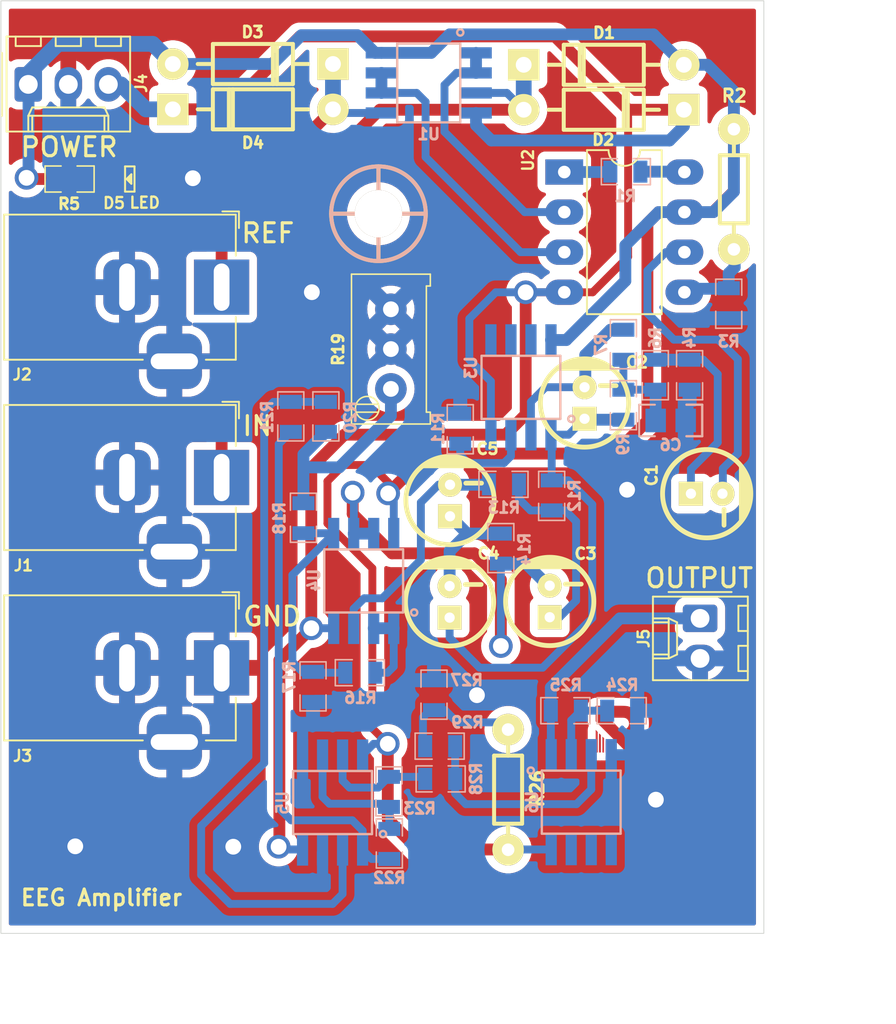
<source format=kicad_pcb>
(kicad_pcb (version 20240108) (generator "pcbnew") (generator_version "8.0")
  (title_block (title "Amplificador Electroencefalograma") (date "13-06-25") (rev "v3,.0") (company "E.E.S.T. N°5 \"2 de Abril\" Temperley") (comment 1 "Autor: Iván Romano") (comment 2 "Curso: 7mo 6ta") (comment 3 "Grupo: 2"))
  (layers (0 "F.Cu" signal) (31 "B.Cu" signal) (34 "B.Paste" user) (35 "F.Paste" user) (36 "B.SilkS" user "B.Silkscreen") (37 "F.SilkS" user "F.Silkscreen") (38 "B.Mask" user) (39 "F.Mask" user) (44 "Edge.Cuts" user))
  (net 0 "")
  (net 1 "Net-(C1-Pad1)")
  (net 2 "/AD620_OUT")
  (net 3 "/Filters_OUT")
  (net 4 "Net-(U3-IN1-)")
  (net 5 "Net-(C3-Pad1)")
  (net 6 "Net-(U4-IN2-)")
  (net 7 "Net-(C4-Pad2)")
  (net 8 "Net-(U4-IN1+)")
  (net 9 "Net-(C6-Pad1)")
  (net 10 "GND")
  (net 11 "-5V")
  (net 12 "+5V")
  (net 13 "/INPUT")
  (net 14 "/REF")
  (net 15 "/OUTPUT")
  (net 16 "Net-(R1-Pad2)")
  (net 17 "Net-(R1-Pad1)")
  (net 18 "/AD620_Ref")
  (net 19 "Net-(U3-IN1+)")
  (net 20 "Net-(U4-IN1-)")
  (net 21 "/NotchFilter_OUT")
  (net 22 "Net-(R18-Pad2)")
  (net 23 "Net-(U5-IN1-)")
  (net 24 "Net-(U5-Out1)")
  (net 25 "Net-(U5-IN2-)")
  (net 26 "Net-(U6-IN1-)")
  (net 27 "/Offset_Ref")
  (net 28 "Net-(U6-IN1+)")
  (net 29 "/Amp_OUT")
  (net 30 "/IN-")
  (net 31 "/IN+")
  (net 38 "Net-(D5-A)")
  (footprint "Logo Romano:Potenciometer_Trimpot" (layer "F.Cu") (at 154.065 89.6075 90)
    (property "Reference" "R19")
    (property "Value" "1k" (hide yes))
  )
  (footprint "Connector_BarrelJack:BarrelJack_Horizontal" (layer "F.Cu") (at 143.325 85.68125)
    (property "Reference" "J2")
    (property "Value" "REF")
  )
  (footprint "Connector_BarrelJack:BarrelJack_Horizontal" (layer "F.Cu") (at 143.325 97.75)
    (property "Reference" "J1")
    (property "Value" "IN")
  )
  (footprint "EESTN5:R_0805" (layer "F.Cu") (at 133.64902 78.825)
    (property "Reference" "R5")
    (property "Value" "470" (hide yes))
  )
  (footprint "Connector_Molex:Molex_KK-254_AE-6410-03A_1x03_P2.54mm_Vertical" (layer "F.Cu") (at 131.06 72.825)
    (property "Reference" "J4")
    (property "Value" "POWER")
  )
  (footprint "EESTN5:CAP_ELEC_5x11mm" (layer "F.Cu") (at 174.1 98.775 -90)
    (property "Reference" "C1")
    (property "Value" "470u" (hide yes))
  )
  (footprint "EESTN5:CAP_ELEC_5x11mm" (layer "F.Cu") (at 164.14 105.6075)
    (property "Reference" "C3")
    (property "Value" "22u" (hide yes))
  )
  (footprint "EESTN5:RES0.3" (layer "F.Cu") (at 175.825 79.475 -90)
    (property "Reference" "R2")
    (property "Value" "510" (hide yes))
  )
  (footprint "EESTN5:CAP_ELEC_5x11mm" (layer "F.Cu") (at 157.79 105.6325)
    (property "Reference" "C4")
    (property "Value" "10u" (hide yes))
  )
  (footprint "EESTN5:DO-41" (layer "F.Cu") (at 145.30997 74.40696 180)
    (property "Reference" "D4")
    (property "Value" "1N4007" (hide yes))
  )
  (footprint "EESTN5:RES0.3" (layer "F.Cu") (at 161.5 117.54 90)
    (property "Reference" "R26")
    (property "Value" "510" (hide yes))
  )
  (footprint "EESTN5:DO-41" (layer "F.Cu") (at 167.57 71.5825 180)
    (property "Reference" "D2")
    (property "Value" "1N4007" (hide yes))
  )
  (footprint "EESTN5:Led_0805" (layer "F.Cu") (at 137.49902 78.825 180)
    (property "Reference" "D5")
    (property "Value" "LED")
  )
  (footprint "EESTN5:CAP_ELEC_5x11mm" (layer "F.Cu") (at 157.815 99.2075)
    (property "Reference" "C5")
    (property "Value" "10u" (hide yes))
  )
  (footprint "Connector_BarrelJack:BarrelJack_Horizontal" (layer "F.Cu") (at 143.325 109.81875)
    (property "Reference" "J3")
    (property "Value" "GND")
  )
  (footprint "EESTN5:CAP_ELEC_5x11mm" (layer "F.Cu") (at 166.35 93.025)
    (property "Reference" "C2")
    (property "Value" "4700n" (hide yes))
  )
  (footprint "Logo Romano:Logo_Romano" (layer "F.Cu") (at 168.575 113.7)
    (property "Reference" "G***" (hide yes))
    (property "Value" "LOGO" (hide yes))
  )
  (footprint "EESTN5:hole_3mm" (layer "F.Cu") (at 153.275 81.025)
    (property "Reference" "J6" (hide yes))
    (property "Value" "Mounting Hole" (hide yes))
  )
  (footprint "Connector_Molex:Molex_KK-254_AE-6410-02A_1x02_P2.54mm_Vertical" (layer "F.Cu") (at 173.68 106.68 -90)
    (property "Reference" "J5")
    (property "Value" "OUTPUT")
  )
  (footprint "EESTN5:DO-41" (layer "F.Cu") (at 167.57 74.4325)
    (property "Reference" "D1")
    (property "Value" "1N4007" (hide yes))
  )
  (footprint "EESTN5:DO-41" (layer "F.Cu") (at 145.30997 71.5325)
    (property "Reference" "D3")
    (property "Value" "1N4007" (hide yes))
  )
  (footprint "EESTN5:DIP-8" (layer "F.Cu") (at 165.065 78.3825)
    (property "Reference" "U2")
    (property "Value" "AD620" (hide yes))
  )
  (footprint "EESTN5:R_0805" (layer "B.Cu") (at 161.04 102.2575 90)
    (property "Reference" "R14")
    (property "Value" "150" (hide yes))
  )
  (footprint "EESTN5:R_0805" (layer "B.Cu") (at 153.94 117.68 90)
    (property "Reference" "R23")
    (property "Value" "1k" (hide yes))
  )
  (footprint "EESTN5:R_0805" (layer "B.Cu") (at 168.815 89.3325 90)
    (property "Reference" "R7")
    (property "Value" "22" (hide yes))
  )
  (footprint "EESTN5:R_0805" (layer "B.Cu") (at 152.125 110.125 180)
    (property "Reference" "R16")
    (property "Value" "330" (hide yes))
  )
  (footprint "EESTN5:R_0805" (layer "B.Cu") (at 153.965 120.9825 90)
    (property "Reference" "R22")
    (property "Value" "270" (hide yes))
  )
  (footprint "EESTN5:R_0805" (layer "B.Cu") (at 157.19 114.7825 180)
    (property "Reference" "R29")
    (property "Value" "1k" (hide yes))
  )
  (footprint "EESTN5:R_0805" (layer "B.Cu") (at 168.815 93.1325 -90)
    (property "Reference" "R9")
    (property "Value" "220" (hide yes))
  )
  (footprint "EESTN5:R_0805" (layer "B.Cu") (at 165.165 112.5325 180)
    (property "Reference" "R25")
    (property "Value" "1k" (hide yes))
  )
  (footprint "EESTN5:R_0805" (layer "B.Cu") (at 149.94 93.9075 90)
    (property "Reference" "R20")
    (property "Value" "10k" (hide yes))
  )
  (footprint "EESTN5:SSOP-8" (layer "B.Cu") (at 156.465 72.7325 -90)
    (property "Reference" "U1")
    (property "Value" "LM358" (hide yes))
  )
  (footprint "EESTN5:SSOP-8" (layer "B.Cu") (at 152.34 104.3075 180)
    (property "Reference" "U4")
    (property "Value" "LM358" (hide yes))
  )
  (footprint "EESTN5:SSOP-8" (layer "B.Cu") (at 162.315 92.0325 180)
    (property "Reference" "U3")
    (property "Value" "LM358" (hide yes))
  )
  (footprint "EESTN5:R_0805" (layer "B.Cu") (at 157.19 116.8575)
    (property "Reference" "R28")
    (property "Value" "1k" (hide yes))
  )
  (footprint "EESTN5:R_0805" (layer "B.Cu") (at 156.8 111.55 90)
    (property "Reference" "R27")
    (property "Value" "220" (hide yes))
  )
  (footprint "EESTN5:R_0805" (layer "B.Cu") (at 168.94 78.3575)
    (property "Reference" "R1")
    (property "Value" "56" (hide yes))
  )
  (footprint "EESTN5:R_0805" (layer "B.Cu") (at 148.515 100.3325 90)
    (property "Reference" "R18")
    (property "Value" "4,7k" (hide yes))
  )
  (footprint "EESTN5:SSOP-8" (layer "B.Cu") (at 150.365 118.3575 180)
    (property "Reference" "U5")
    (property "Value" "LM358" (hide yes))
  )
  (footprint "EESTN5:R_0805" (layer "B.Cu") (at 147.715 93.9075 90)
    (property "Reference" "R21")
    (property "Value" "100k" (hide yes))
  )
  (footprint "EESTN5:R_0805" (layer "B.Cu") (at 149.125 111.025 90)
    (property "Reference" "R17")
    (property "Value" "4,7k" (hide yes))
  )
  (footprint "EESTN5:R_0805" (layer "B.Cu") (at 158.465 94.6575 -90)
    (property "Reference" "R11")
    (property "Value" "47" (hide yes))
  )
  (footprint "EESTN5:R_0805" (layer "B.Cu") (at 170.84 91.2325 -90)
    (property "Reference" "R6")
    (property "Value" "22" (hide yes))
  )
  (footprint "EESTN5:R_0805" (layer "B.Cu") (at 168.74 112.5325 180)
    (property "Reference" "R24")
    (property "Value" "1k" (hide yes))
  )
  (footprint "EESTN5:R_0805" (layer "B.Cu") (at 173.015 91.2325 -90)
    (property "Reference" "R4")
    (property "Value" "680" (hide yes))
  )
  (footprint "EESTN5:R_0805" (layer "B.Cu") (at 161.24 98.1825 180)
    (property "Reference" "R13")
    (property "Value" "330" (hide yes))
  )
  (footprint "EESTN5:R_0805" (layer "B.Cu") (at 164.265 98.8825 -90)
    (property "Reference" "R12")
    (property "Value" "330" (hide yes))
  )
  (footprint "EESTN5:R_0805" (layer "B.Cu") (at 175.5 86.7 -90)
    (property "Reference" "R3")
    (property "Value" "220" (hide yes))
  )
  (footprint "EESTN5:SSOP-8" (layer "B.Cu") (at 166.14 118.3325)
    (property "Reference" "U6")
    (property "Value" "LM358" (hide yes))
  )
  (footprint "EESTN5:C_0805" (layer "B.Cu") (at 171.815 94.1325 180)
    (property "Reference" "C6")
    (property "Value" "100u" (hide yes))
  )
  (gr_rect (start 129.325 67.525) (end 177.725 126.65) (stroke (width 0.05)) (fill none) (layer "Edge.Cuts"))
  (gr_text "EEG Amplifier" (at 130.475 124.975 0) (layer "F.SilkS") (effects (font (size 1 1) (thickness 0.2) (bold yes)) (justify left bottom)))
  (segment (start 173.88 90.28) (end 174.8 91.2) (width 0.5) (layer "B.Cu") (net 1))
  (segment (start 174.8 95.525) (end 173.1 97.225) (width 0.5) (layer "B.Cu") (net 1))
  (segment (start 173.1 97.225) (end 173.1 98.775) (width 0.5) (layer "B.Cu") (net 1))
  (segment (start 174.8 91.2) (end 174.8 95.525) (width 0.5) (layer "B.Cu") (net 1))
  (segment (start 173.015 90.28) (end 170.84 90.28) (width 0.75) (layer "B.Cu") (net 1))
  (segment (start 173.015 90.28) (end 173.88 90.28) (width 0.5) (layer "B.Cu") (net 1))
  (segment (start 172.015 89.0075) (end 174.8325 89.0075) (width 0.5) (layer "B.Cu") (net 2))
  (segment (start 171.51 83.4625) (end 170.34 84.6325) (width 0.5) (layer "B.Cu") (net 2))
  (segment (start 172.685 83.4625) (end 171.51 83.4625) (width 0.5) (layer "B.Cu") (net 2))
  (segment (start 174.8325 89.0075) (end 176.075 90.25) (width 0.5) (layer "B.Cu") (net 2))
  (segment (start 170.34 84.6325) (end 170.34 87.3325) (width 0.5) (layer "B.Cu") (net 2))
  (segment (start 175.125 97.175) (end 175.125 98.75) (width 0.5) (layer "B.Cu") (net 2))
  (segment (start 175.125 98.75) (end 175.1 98.775) (width 0.5) (layer "B.Cu") (net 2))
  (segment (start 176.075 90.25) (end 176.075 96.225) (width 0.5) (layer "B.Cu") (net 2))
  (segment (start 176.075 96.225) (end 175.125 97.175) (width 0.5) (layer "B.Cu") (net 2))
  (segment (start 170.34 87.3325) (end 172.015 89.0075) (width 0.5) (layer "B.Cu") (net 2))
  (segment (start 164.265 95.0775) (end 164.22 95.0325) (width 0.5) (layer "B.Cu") (net 3))
  (segment (start 163.69 109.8075) (end 166.84 106.6575) (width 0.5) (layer "B.Cu") (net 3))
  (segment (start 166.35 94.025) (end 165.3425 95.0325) (width 0.5) (layer "B.Cu") (net 3))
  (segment (start 166.84 99.4575) (end 165.3125 97.93) (width 0.5) (layer "B.Cu") (net 3))
  (segment (start 166.84 106.6575) (end 166.84 99.4575) (width 0.5) (layer "B.Cu") (net 3))
  (segment (start 157.79 106.6325) (end 157.79 107.9075) (width 0.5) (layer "B.Cu") (net 3))
  (segment (start 166.35 94.025) (end 166.41 94.085) (width 0.75) (layer "B.Cu") (net 3))
  (segment (start 164.265 97.93) (end 164.265 95.0775) (width 0.5) (layer "B.Cu") (net 3))
  (segment (start 165.3125 97.93) (end 164.265 97.93) (width 0.5) (layer "B.Cu") (net 3))
  (segment (start 166.41 94.085) (end 168.815 94.085) (width 0.75) (layer "B.Cu") (net 3))
  (segment (start 159.69 109.8075) (end 163.69 109.8075) (width 0.5) (layer "B.Cu") (net 3))
  (segment (start 157.79 107.9075) (end 159.69 109.8075) (width 0.5) (layer "B.Cu") (net 3))
  (segment (start 165.3425 95.0325) (end 164.22 95.0325) (width 0.5) (layer "B.Cu") (net 3))
  (segment (start 167.9925 88.38) (end 168.815 88.38) (width 0.75) (layer "B.Cu") (net 4))
  (segment (start 162.95 92.95) (end 162.95 95.0325) (width 0.5) (layer "B.Cu") (net 4))
  (segment (start 166.35 92.025) (end 166.4 91.975) (width 0.75) (layer "B.Cu") (net 4))
  (segment (start 166.35 92.025) (end 163.875 92.025) (width 0.5) (layer "B.Cu") (net 4))
  (segment (start 166.4 89.9725) (end 167.9925 88.38) (width 0.75) (layer "B.Cu") (net 4))
  (segment (start 163.875 92.025) (end 162.95 92.95) (width 0.5) (layer "B.Cu") (net 4))
  (segment (start 166.4 91.975) (end 166.4 89.9725) (width 0.75) (layer "B.Cu") (net 4))
  (segment (start 162.9175 99.835) (end 162.1925 99.11) (width 0.5) (layer "B.Cu") (net 5))
  (segment (start 165.815 105.5575) (end 165.815 100.5325) (width 0.5) (layer "B.Cu") (net 5))
  (segment (start 164.265 99.835) (end 162.9175 99.835) (width 0.5) (layer "B.Cu") (net 5))
  (segment (start 164.14 106.6075) (end 164.765 106.6075) (width 0.5) (layer "B.Cu") (net 5))
  (segment (start 165.815 100.5325) (end 165.1175 99.835) (width 0.5) (layer "B.Cu") (net 5))
  (segment (start 165.1175 99.835) (end 164.265 99.835) (width 0.5) (layer "B.Cu") (net 5))
  (segment (start 162.1925 99.11) (end 162.1925 98.1825) (width 0.5) (layer "B.Cu") (net 5))
  (segment (start 164.765 106.6075) (end 165.815 105.5575) (width 0.5) (layer "B.Cu") (net 5))
  (segment (start 159.365 102.5575) (end 154.14 102.5575) (width 0.75) (layer "F.Cu") (net 6))
  (segment (start 161.04 108.4325) (end 161.04 104.2325) (width 0.75) (layer "F.Cu") (net 6))
  (segment (start 161.04 104.2325) (end 159.365 102.5575) (width 0.75) (layer "F.Cu") (net 6))
  (segment (start 154.14 102.5575) (end 151.64 100.0575) (width 0.75) (layer "F.Cu") (net 6))
  (segment (start 151.64 100.0575) (end 151.64 98.7075) (width 0.75) (layer "F.Cu") (net 6))
  (via (at 151.64 98.7075) (size 1.5) (drill 1) (layers "F.Cu" "B.Cu") (net 6))
  (via (at 161.04 108.4325) (size 1.5) (drill 1) (layers "F.Cu" "B.Cu") (net 6))
  (segment (start 151.715 101.2975) (end 151.705 101.3075) (width 0.5) (layer "B.Cu") (net 6))
  (segment (start 151.715 98.7825) (end 151.715 101.2975) (width 0.5) (layer "B.Cu") (net 6))
  (segment (start 151.64 98.7075) (end 151.715 98.7825) (width 0.5) (layer "B.Cu") (net 6))
  (segment (start 162.6425 103.21) (end 161.04 103.21) (width 0.75) (layer "B.Cu") (net 6))
  (segment (start 161.04 103.21) (end 161.04 108.4325) (width 0.5) (layer "B.Cu") (net 6))
  (segment (start 151.705 101.3075) (end 152.975 101.3075) (width 0.75) (layer "B.Cu") (net 6))
  (segment (start 164.04 104.6075) (end 162.6425 103.21) (width 0.75) (layer "B.Cu") (net 6))
  (segment (start 164.14 104.6075) (end 164.04 104.6075) (width 0.75) (layer "B.Cu") (net 6))
  (segment (start 158.9125 101.305) (end 157.815 100.2075) (width 0.75) (layer "B.Cu") (net 7))
  (segment (start 161.04 101.305) (end 158.9125 101.305) (width 0.75) (layer "B.Cu") (net 7))
  (segment (start 157.79 102.4275) (end 158.9125 101.305) (width 0.75) (layer "B.Cu") (net 7))
  (segment (start 157.79 104.6325) (end 157.79 102.4275) (width 0.75) (layer "B.Cu") (net 7))
  (segment (start 157.815 98.2075) (end 160.2625 98.2075) (width 0.75) (layer "B.Cu") (net 8))
  (segment (start 157.09 98.2075) (end 157.815 98.2075) (width 0.5) (layer "B.Cu") (net 8))
  (segment (start 153.515 105.4075) (end 155.965 102.9575) (width 0.5) (layer "B.Cu") (net 8))
  (segment (start 160.2625 98.2075) (end 160.2875 98.1825) (width 0.75) (layer "B.Cu") (net 8))
  (segment (start 151.705 106.0675) (end 152.365 105.4075) (width 0.5) (layer "B.Cu") (net 8))
  (segment (start 155.965 102.9575) (end 155.965 99.3325) (width 0.5) (layer "B.Cu") (net 8))
  (segment (start 152.365 105.4075) (end 153.515 105.4075) (width 0.5) (layer "B.Cu") (net 8))
  (segment (start 151.705 107.3075) (end 151.705 106.0675) (width 0.5) (layer "B.Cu") (net 8))
  (segment (start 155.965 99.3325) (end 157.09 98.2075) (width 0.5) (layer "B.Cu") (net 8))
  (segment (start 168.815 92.18) (end 170.835 92.18) (width 0.5) (layer "B.Cu") (net 9))
  (segment (start 168.815 92.18) (end 168.815 90.285) (width 0.5) (layer "B.Cu") (net 9))
  (segment (start 170.82 92.205) (end 170.84 92.185) (width 0.75) (layer "B.Cu") (net 9))
  (segment (start 170.835 92.18) (end 170.84 92.185) (width 0.5) (layer "B.Cu") (net 9))
  (segment (start 170.8625 94.1325) (end 170.8625 92.2075) (width 0.75) (layer "B.Cu") (net 9))
  (segment (start 170.8625 92.2075) (end 170.84 92.185) (width 0.75) (layer "B.Cu") (net 9))
  (segment (start 138.54804 78.825) (end 141.44902 78.825) (width 0.75) (layer "F.Cu") (net 10))
  (segment (start 141.44902 78.825) (end 141.49902 78.775) (width 0.75) (layer "F.Cu") (net 10))
  (via (at 149.05 86) (size 1.5) (drill 1) (layers "F.Cu" "B.Cu") (net 10))
  (via (at 141.49902 78.775) (size 1.5) (drill 1) (layers "F.Cu" "B.Cu") (net 10))
  (via (at 169.05 98.525) (size 1.5) (drill 1) (layers "F.Cu" "B.Cu") (net 10))
  (via (at 144.065 121.1575) (size 1.5) (drill 1) (layers "F.Cu" "B.Cu") (net 10))
  (via (at 134.04 121.1325) (size 1.5) (drill 1) (layers "F.Cu" "B.Cu") (net 10))
  (via (at 159.525 111.55) (size 1.5) (drill 1) (layers "F.Cu" "B.Cu") (net 10))
  (via (at 170.875 118.175) (size 1.5) (drill 1) (layers "F.Cu" "B.Cu") (net 10))
  (segment (start 169.115 74.4325) (end 172.65 74.4325) (width 0.75) (layer "F.Cu") (net 11))
  (segment (start 148.29 69.7825) (end 164.465 69.7825) (width 0.75) (layer "F.Cu") (net 11))
  (segment (start 166.865 86.0075) (end 169.115 83.7575) (width 0.5) (layer "F.Cu") (net 11))
  (segment (start 146.94 121.1575) (end 146.99 121.1075) (width 0.75) (layer "F.Cu") (net 11))
  (segment (start 162.615 93.7575) (end 162.615 86.0075) (width 0.75) (layer "F.Cu") (net 11))
  (segment (start 149.015 107.3075) (end 149.015 97.1325) (width 0.75) (layer "F.Cu") (net 11))
  (segment (start 149.015 97.1325) (end 151.115 95.0325) (width 0.75) (layer "F.Cu") (net 11))
  (segment (start 143.66554 74.40696) (end 148.29 69.7825) (width 0.75) (layer "F.Cu") (net 11))
  (segment (start 146.99 121.1075) (end 146.99 109.3325) (width 0.75) (layer "F.Cu") (net 11))
  (segment (start 164.465 69.7825) (end 169.115 74.4325) (width 0.75) (layer "F.Cu") (net 11))
  (segment (start 151.115 95.0325) (end 161.34 95.0325) (width 0.75) (layer "F.Cu") (net 11))
  (segment (start 161.34 95.0325) (end 162.615 93.7575) (width 0.75) (layer "F.Cu") (net 11))
  (segment (start 169.115 83.7575) (end 169.115 74.4325) (width 0.5) (layer "F.Cu") (net 11))
  (segment (start 140.22997 74.40696) (end 143.66554 74.40696) (width 0.75) (layer "F.Cu") (net 11))
  (segment (start 146.99 109.3325) (end 149.015 107.3075) (width 0.75) (layer "F.Cu") (net 11))
  (segment (start 162.615 86.0075) (end 166.865 86.0075) (width 0.5) (layer "F.Cu") (net 11))
  (via (at 149.015 107.3075) (size 1.5) (drill 1) (layers "F.Cu" "B.Cu") (net 11))
  (via (at 146.94 121.1575) (size 1.5) (drill 1) (layers "F.Cu" "B.Cu") (net 11))
  (via (at 162.615 86.0075) (size 1.5) (drill 1) (layers "F.Cu" "B.Cu") (net 11))
  (segment (start 172.65 74.4325) (end 172.65 75.4725) (width 0.75) (layer "B.Cu") (net 11))
  (segment (start 162.62 86.0025) (end 162.615 86.0075) (width 0.5) (layer "B.Cu") (net 11))
  (segment (start 165.065 86.0025) (end 162.62 86.0025) (width 0.5) (layer "B.Cu") (net 11))
  (segment (start 160.44 76.3825) (end 159.465 75.4075) (width 0.75) (layer "B.Cu") (net 11))
  (segment (start 139.73048 74.38699) (end 139.75045 74.40696) (width 1) (layer "B.Cu") (net 11))
  (segment (start 140.22997 74.40696) (end 138.52196 74.40696) (width 1) (layer "B.Cu") (net 11))
  (segment (start 160.41 91.6525) (end 159.04 90.2825) (width 0.5) (layer "B.Cu") (net 11))
  (segment (start 159.04 90.2825) (end 159.04 87.6825) (width 0.5) (layer "B.Cu") (net 11))
  (segment (start 147.115 121.3325) (end 146.94 121.1575) (width 0.5) (layer "B.Cu") (net 11))
  (segment (start 148.46 121.3325) (end 147.115 121.3325) (width 0.5) (layer "B.Cu") (net 11))
  (segment (start 171.74 76.3825) (end 160.44 76.3825) (width 0.75) (layer "B.Cu") (net 11))
  (segment (start 150.435 107.3075) (end 149.015 107.3075) (width 0.5) (layer "B.Cu") (net 11))
  (segment (start 159.04 87.6825) (end 160.715 86.0075) (width 0.5) (layer "B.Cu") (net 11))
  (segment (start 138.52196 74.40696) (end 136.94 72.825) (width 1) (layer "B.Cu") (net 11))
  (segment (start 172.65 75.4725) (end 171.74 76.3825) (width 0.75) (layer "B.Cu") (net 11))
  (segment (start 159.465 75.4075) (end 159.465 74.6375) (width 0.75) (layer "B.Cu") (net 11))
  (segment (start 160.41 95.0325) (end 160.41 91.6525) (width 0.5) (layer "B.Cu") (net 11))
  (segment (start 160.715 86.0075) (end 162.615 86.0075) (width 0.5) (layer "B.Cu") (net 11))
  (segment (start 152.79 96.9575) (end 153.89 98.0575) (width 0.5) (layer "F.Cu") (net 12))
  (segment (start 153.865 119.415) (end 153.865 114.6325) (width 0.75) (layer "F.Cu") (net 12))
  (segment (start 132.69652 78.825) (end 131.02402 78.825) (width 0.75) (layer "F.Cu") (net 12))
  (segment (start 140.23548 70.9025) (end 139.60548 71.5325) (width 0.75) (layer "F.Cu") (net 12))
  (segment (start 170.34 94.16) (end 170.34 81.635) (width 0.75) (layer "F.Cu") (net 12))
  (segment (start 150.04 97.9825) (end 151.065 96.9575) (width 0.5) (layer "F.Cu") (net 12))
  (segment (start 155.7825 121.3325) (end 153.865 119.415) (width 0.75) (layer "F.Cu") (net 12))
  (segment (start 152.89 103.5075) (end 150.04 100.6575) (width 0.5) (layer "F.Cu") (net 12))
  (segment (start 156.415 96.2325) (end 168.2675 96.2325) (width 0.75) (layer "F.Cu") (net 12))
  (segment (start 161.465 121.3325) (end 160.565 121.3325) (width 0.5) (layer "F.Cu") (net 12))
  (segment (start 152.89 113.6575) (end 152.89 103.5075) (width 0.5) (layer "F.Cu") (net 12))
  (segment (start 151.065 96.9575) (end 152.79 96.9575) (width 0.5) (layer "F.Cu") (net 12))
  (segment (start 175.825 79.6) (end 174.5025 80.9225) (width 0.75) (layer "F.Cu") (net 12))
  (segment (start 153.89 98.0575) (end 153.89 98.7575) (width 0.5) (layer "F.Cu") (net 12))
  (segment (start 175.825 75.665) (end 175.825 78.6) (width 0.5) (layer "F.Cu") (net 12))
  (segment (start 174.5025 80.9225) (end 172.685 80.9225) (width 0.75) (layer "F.Cu") (net 12))
  (segment (start 153.89 98.7575) (end 156.415 96.2325) (width 0.75) (layer "F.Cu") (net 12))
  (segment (start 171.0525 80.9225) (end 172.685 80.9225) (width 0.75) (layer "F.Cu") (net 12))
  (segment (start 170.34 81.635) (end 171.0525 80.9225) (width 0.75) (layer "F.Cu") (net 12))
  (segment (start 131.02402 78.825) (end 130.94902 78.75) (width 0.75) (layer "F.Cu") (net 12))
  (segment (start 160.565 121.3325) (end 155.7825 121.3325) (width 0.75) (layer "F.Cu") (net 12))
  (segment (start 153.865 114.6325) (end 152.89 113.6575) (width 0.5) (layer "F.Cu") (net 12))
  (segment (start 168.2675 96.2325) (end 170.34 94.16) (width 0.75) (layer "F.Cu") (net 12))
  (segment (start 150.04 100.6575) (end 150.04 97.9825) (width 0.5) (layer "F.Cu") (net 12))
  (segment (start 175.825 75.665) (end 175.825 79.6) (width 0.75) (layer "F.Cu") (net 12))
  (via (at 153.89 98.7575) (size 1.5) (drill 1) (layers "F.Cu" "B.Cu") (net 12))
  (via (at 153.865 114.6325) (size 1.5) (drill 1) (layers "F.Cu" "B.Cu") (net 12))
  (via (at 130.94902 78.75) (size 1.5) (drill 1) (layers "F.Cu" "B.Cu") (net 12))
  (segment (start 171.05 80.9225) (end 172.685 80.9225) (width 0.75) (layer "B.Cu") (net 12))
  (segment (start 170.725 69.6575) (end 172.65 71.5825) (width 0.75) (layer "B.Cu") (net 12))
  (segment (start 138.95497 70.2575) (end 140.22997 71.5325) (width 1) (layer "B.Cu") (net 12))
  (segment (start 146.565 71.5325) (end 148.39 69.7075) (width 0.75) (layer "B.Cu") (net 12))
  (segment (start 175.825 73.2675) (end 175.825 79.6225) (width 0.75) (layer "B.Cu") (net 12))
  (segment (start 151.94 69.7075) (end 153.06 70.8275) (width 0.75) (layer "B.Cu") (net 12))
  (segment (start 175.825 79.6225) (end 174.525 80.9225) (width 0.75) (layer "B.Cu") (net 12))
  (segment (start 172.7 80.9075) (end 172.685 80.9225) (width 1) (layer "B.Cu") (net 12))
  (segment (start 156.62 70.8275) (end 157.79 69.6575) (width 0.75) (layer "B.Cu") (net 12))
  (segment (start 152.97 114.6325) (end 152.27 115.3325) (width 0.5) (layer "B.Cu") (net 12))
  (segment (start 131.06 72.825) (end 131.1 72.865) (width 0.75) (layer "B.Cu") (net 12))
  (segment (start 131.06 72.14) (end 132.9425 70.2575) (width 1) (layer "B.Cu") (net 12))
  (segment (start 164.235 121.3325) (end 161.465 121.3325) (width 0.5) (layer "B.Cu") (net 12))
  (segment (start 153.06 70.8275) (end 153.465 70.8275) (width 0.75) (layer "B.Cu") (net 12))
  (segment (start 148.39 69.7075) (end 151.94 69.7075) (width 0.75) (layer "B.Cu") (net 12))
  (segment (start 132.9425 70.2575) (end 138.95497 70.2575) (width 1) (layer "B.Cu") (net 12))
  (segment (start 153.465 70.8275) (end 156.62 70.8275) (width 0.75) (layer "B.Cu") (net 12))
  (segment (start 140.22997 71.5325) (end 146.565 71.5325) (width 0.75) (layer "B.Cu") (net 12))
  (segment (start 154.245 101.3075) (end 154.245 99.1125) (width 0.5) (layer "B.Cu") (net 12))
  (segment (start 164.22 89.0325) (end 165.19 89.0325) (width 0.75) (layer "B.Cu") (net 12))
  (segment (start 174.14 71.5825) (end 175.825 73.2675) (width 0.75) (layer "B.Cu") (net 12))
  (segment (start 131.06 72.825) (end 131.075 72.84) (width 0.75) (layer "B.Cu") (net 12))
  (segment (start 168.94 85.2825) (end 168.94 83.0325) (width 0.75) (layer "B.Cu") (net 12))
  (segment (start 157.79 69.6575) (end 170.725 69.6575) (width 0.75) (layer "B.Cu") (net 12))
  (segment (start 131.075 78.62402) (end 130.94902 78.75) (width 0.75) (layer "B.Cu") (net 12))
  (segment (start 165.19 89.0325) (end 168.94 85.2825) (width 0.75) (layer "B.Cu") (net 12))
  (segment (start 153.865 114.6325) (end 152.97 114.6325) (width 0.5) (layer "B.Cu") (net 12))
  (segment (start 131.075 72.84) (end 131.075 78.62402) (width 0.75) (layer "B.Cu") (net 12))
  (segment (start 154.245 99.1125) (end 153.89 98.7575) (width 0.5) (layer "B.Cu") (net 12))
  (segment (start 174.525 80.9225) (end 172.685 80.9225) (width 0.75) (layer "B.Cu") (net 12))
  (segment (start 172.65 71.5825) (end 174.14 71.5825) (width 0.75) (layer "B.Cu") (net 12))
  (segment (start 168.94 83.0325) (end 171.05 80.9225) (width 0.75) (layer "B.Cu") (net 12))
  (segment (start 131.06 72.825) (end 131.06 72.14) (width 1) (layer "B.Cu") (net 12))
  (segment (start 146.725 81.0725) (end 153.365 74.4325) (width 0.75) (layer "F.Cu") (net 13))
  (segment (start 153.365 74.4325) (end 162.49 74.4325) (width 0.75) (layer "F.Cu") (net 13))
  (segment (start 143.325 97.08125) (end 143.325 93.05) (width 0.75) (layer "F.Cu") (net 13))
  (segment (start 146.725 89.65) (end 146.725 81.0725) (width 0.75) (layer "F.Cu") (net 13))
  (segment (start 143.325 93.05) (end 146.725 89.65) (width 0.75) (layer "F.Cu") (net 13))
  (segment (start 142.74875 97.6575) (end 143.325 97.08125) (width 0.75) (layer "F.Cu") (net 13))
  (segment (start 162.49 73.1825) (end 162.49 71.5825) (width 1) (layer "B.Cu") (net 13))
  (segment (start 162.49 74.4325) (end 162.49 73.1825) (width 1) (layer "B.Cu") (net 13))
  (segment (start 161.425 73.3675) (end 162.49 74.4325) (width 0.5) (layer "B.Cu") (net 13))
  (segment (start 159.465 73.3675) (end 161.425 73.3675) (width 0.5) (layer "B.Cu") (net 13))
  (segment (start 143.325 85.0125) (end 143.325 81.47193) (width 0.75) (layer "F.Cu") (net 14))
  (segment (start 143.325 81.47193) (end 150.38997 74.40696) (width 0.75) (layer "F.Cu") (net 14))
  (segment (start 142.58 85.7575) (end 143.325 85.0125) (width 0.75) (layer "F.Cu") (net 14))
  (segment (start 150.62051 74.6375) (end 150.38997 74.40696) (width 0.75) (layer "B.Cu") (net 14))
  (segment (start 153.465 74.6375) (end 150.62051 74.6375) (width 0.5) (layer "B.Cu") (net 14))
  (segment (start 150.38997 74.40696) (end 150.38997 71.5325) (width 1) (layer "B.Cu") (net 14))
  (segment (start 164.2125 115.31) (end 164.235 115.3325) (width 0.5) (layer "B.Cu") (net 15))
  (segment (start 168.5925 106.68) (end 164.2125 111.06) (width 0.75) (layer "B.Cu") (net 15))
  (segment (start 173.68 106.68) (end 168.5925 106.68) (width 0.75) (layer "B.Cu") (net 15))
  (segment (start 164.2125 112.5325) (end 164.2125 115.31) (width 0.5) (layer "B.Cu") (net 15))
  (segment (start 164.2125 111.06) (end 164.2125 112.5325) (width 0.75) (layer "B.Cu") (net 15))
  (segment (start 172.66 78.3575) (end 172.685 78.3825) (width 0.75) (layer "B.Cu") (net 16))
  (segment (start 169.8925 78.3575) (end 172.66 78.3575) (width 0.75) (layer "B.Cu") (net 16))
  (segment (start 167.9625 78.3825) (end 167.9875 78.3575) (width 0.75) (layer "B.Cu") (net 17))
  (segment (start 165.065 78.3825) (end 167.9625 78.3825) (width 0.75) (layer "B.Cu") (net 17))
  (segment (start 175.875 83.335) (end 175.825 83.285) (width 0.75) (layer "B.Cu") (net 18))
  (segment (start 175.875 84.425) (end 175.875 83.335) (width 0.75) (layer "B.Cu") (net 18))
  (segment (start 172.905 85.7825) (end 175.499 85.7825) (width 0.75) (layer "B.Cu") (net 18))
  (segment (start 172.685 86.0025) (end 172.905 85.7825) (width 0.75) (layer "B.Cu") (net 18))
  (segment (start 175.499 84.801) (end 175.875 84.425) (width 0.75) (layer "B.Cu") (net 18))
  (segment (start 175.499 85.7825) (end 175.499 84.801) (width 0.75) (layer "B.Cu") (net 18))
  (segment (start 158.465 96.3325) (end 158.965 96.8325) (width 0.5) (layer "B.Cu") (net 19))
  (segment (start 161.24 96.8325) (end 161.68 96.3925) (width 0.5) (layer "B.Cu") (net 19))
  (segment (start 158.465 95.61) (end 158.465 96.3325) (width 0.5) (layer "B.Cu") (net 19))
  (segment (start 158.965 96.8325) (end 161.24 96.8325) (width 0.5) (layer "B.Cu") (net 19))
  (segment (start 161.68 96.3925) (end 161.68 95.0325) (width 0.5) (layer "B.Cu") (net 19))
  (segment (start 153.85 110.125) (end 154.245 109.73) (width 0.5) (layer "B.Cu") (net 20))
  (segment (start 154.245 109.73) (end 154.245 107.3075) (width 0.5) (layer "B.Cu") (net 20))
  (segment (start 152.975 107.3075) (end 154.245 107.3075) (width 0.75) (layer "B.Cu") (net 20))
  (segment (start 153.0775 110.125) (end 153.85 110.125) (width 0.5) (layer "B.Cu") (net 20))
  (segment (start 147.815 109.44) (end 147.815 103.9275) (width 0.5) (layer "B.Cu") (net 21))
  (segment (start 148.5 110.125) (end 147.815 109.44) (width 0.5) (layer "B.Cu") (net 21))
  (segment (start 150.4125 101.285) (end 150.435 101.3075) (width 0.5) (layer "B.Cu") (net 21))
  (segment (start 147.815 103.9275) (end 150.435 101.3075) (width 0.5) (layer "B.Cu") (net 21))
  (segment (start 148.515 101.285) (end 150.4125 101.285) (width 0.5) (layer "B.Cu") (net 21))
  (segment (start 151.1725 110.125) (end 148.5 110.125) (width 0.5) (layer "B.Cu") (net 21))
  (segment (start 148.515 96.285) (end 149.94 94.86) (width 0.75) (layer "B.Cu") (net 22))
  (segment (start 154.065 93.8325) (end 154.065 92.1325) (width 0.75) (layer "B.Cu") (net 22))
  (segment (start 148.515 99.38) (end 148.515 96.285) (width 0.75) (layer "B.Cu") (net 22))
  (segment (start 148.54 97.1075) (end 150.79 97.1075) (width 0.75) (layer "B.Cu") (net 22))
  (segment (start 150.79 97.1075) (end 154.065 93.8325) (width 0.75) (layer "B.Cu") (net 22))
  (segment (start 148.54 96.7825) (end 148.54 97.1075) (width 0.75) (layer "B.Cu") (net 22))
  (segment (start 146.025 115.85) (end 142.025 119.85) (width 0.5) (layer "B.Cu") (net 23))
  (segment (start 143.865 124.7825) (end 150.365 124.7825) (width 0.5) (layer "B.Cu") (net 23))
  (segment (start 142.025 122.9425) (end 143.865 124.7825) (width 0.5) (layer "B.Cu") (net 23))
  (segment (start 149.94 92.955) (end 146.6175 92.955) (width 0.5) (layer "B.Cu") (net 23))
  (segment (start 146.025 93.5475) (end 146.025 115.85) (width 0.5) (layer "B.Cu") (net 23))
  (segment (start 151 124.1475) (end 151 121.3325) (width 0.5) (layer "B.Cu") (net 23))
  (segment (start 142.025 119.85) (end 142.025 122.9425) (width 0.5) (layer "B.Cu") (net 23))
  (segment (start 150.365 124.7825) (end 151 124.1475) (width 0.5) (layer "B.Cu") (net 23))
  (segment (start 146.6175 92.955) (end 146.025 93.5475) (width 0.5) (layer "B.Cu") (net 23))
  (segment (start 152.8475 121.935) (end 152.27 121.3575) (width 0.5) (layer "B.Cu") (net 24))
  (segment (start 153.965 121.935) (end 152.8475 121.935) (width 0.5) (layer "B.Cu") (net 24))
  (segment (start 146.95 118.6925) (end 146.95 95.625) (width 0.5) (layer "B.Cu") (net 24))
  (segment (start 151.615 119.4825) (end 147.74 119.4825) (width 0.5) (layer "B.Cu") (net 24))
  (segment (start 147.74 119.4825) (end 146.95 118.6925) (width 0.5) (layer "B.Cu") (net 24))
  (segment (start 152.27 121.3575) (end 152.27 120.1375) (width 0.5) (layer "B.Cu") (net 24))
  (segment (start 146.95 95.625) (end 147.715 94.86) (width 0.5) (layer "B.Cu") (net 24))
  (segment (start 152.27 120.1375) (end 151.615 119.4825) (width 0.5) (layer "B.Cu") (net 24))
  (segment (start 153.74 118.4325) (end 153.94 118.6325) (width 0.5) (layer "B.Cu") (net 25))
  (segment (start 153.965 118.6575) (end 153.94 118.6325) (width 0.5) (layer "B.Cu") (net 25))
  (segment (start 149.73 117.9975) (end 150.165 118.4325) (width 0.5) (layer "B.Cu") (net 25))
  (segment (start 149.73 115.3325) (end 149.73 117.9975) (width 0.5) (layer "B.Cu") (net 25))
  (segment (start 150.165 118.4325) (end 153.74 118.4325) (width 0.5) (layer "B.Cu") (net 25))
  (segment (start 153.965 120.03) (end 153.965 118.6575) (width 0.5) (layer "B.Cu") (net 25))
  (segment (start 166.1175 112.5325) (end 165.505 113.145) (width 0.5) (layer "B.Cu") (net 26))
  (segment (start 165.505 113.145) (end 165.505 115.3325) (width 0.5) (layer "B.Cu") (net 26))
  (segment (start 167.7875 112.5325) (end 166.1175 112.5325) (width 0.5) (layer "B.Cu") (net 26))
  (segment (start 158.275 113.275) (end 161.045 113.275) (width 0.5) (layer "B.Cu") (net 27))
  (segment (start 161.045 113.275) (end 161.5 113.73) (width 0.5) (layer "B.Cu") (net 27))
  (segment (start 157.5025 112.5025) (end 158.275 113.275) (width 0.5) (layer "B.Cu") (net 27))
  (segment (start 156.1 112.95) (end 156.1 114.645) (width 0.5) (layer "B.Cu") (net 27))
  (segment (start 156.1 114.645) (end 156.2375 114.7825) (width 0.5) (layer "B.Cu") (net 27))
  (segment (start 156.5475 112.5025) (end 156.1 112.95) (width 0.5) (layer "B.Cu") (net 27))
  (segment (start 156.8 112.5025) (end 157.5025 112.5025) (width 0.5) (layer "B.Cu") (net 27))
  (segment (start 156.8 112.5025) (end 156.5475 112.5025) (width 0.5) (layer "B.Cu") (net 27))
  (segment (start 158.1425 117.785) (end 158.1425 116.8575) (width 0.5) (layer "B.Cu") (net 28))
  (segment (start 158.815 118.4575) (end 158.1425 117.785) (width 0.5) (layer "B.Cu") (net 28))
  (segment (start 166.775 117.5225) (end 165.84 118.4575) (width 0.5) (layer "B.Cu") (net 28))
  (segment (start 165.84 118.4575) (end 158.815 118.4575) (width 0.5) (layer "B.Cu") (net 28))
  (segment (start 166.775 115.3325) (end 166.775 117.5225) (width 0.5) (layer "B.Cu") (net 28))
  (segment (start 158.1425 116.8575) (end 158.1425 114.7825) (width 0.5) (layer "B.Cu") (net 28))
  (segment (start 153.94 116.7275) (end 153.26 117.4075) (width 0.5) (layer "B.Cu") (net 29))
  (segment (start 151 116.9675) (end 151 115.3325) (width 0.5) (layer "B.Cu") (net 29))
  (segment (start 156.1075 116.7275) (end 156.2375 116.8575) (width 0.5) (layer "B.Cu") (net 29))
  (segment (start 151.44 117.4075) (end 151 116.9675) (width 0.5) (layer "B.Cu") (net 29))
  (segment (start 153.94 116.7275) (end 156.1075 116.7275) (width 0.5) (layer "B.Cu") (net 29))
  (segment (start 153.26 117.4075) (end 151.44 117.4075) (width 0.5) (layer "B.Cu") (net 29))
  (segment (start 155.7 73.3675) (end 153.465 73.3675) (width 0.5) (layer "B.Cu") (net 30))
  (segment (start 165.065 83.4625) (end 162.295 83.4625) (width 0.5) (layer "B.Cu") (net 30))
  (segment (start 156.265 77.4325) (end 156.265 73.9325) (width 0.5) (layer "B.Cu") (net 30))
  (segment (start 153.465 72.0975) (end 153.465 73.3675) (width 0.75) (layer "B.Cu") (net 30))
  (segment (start 162.295 83.4625) (end 156.265 77.4325) (width 0.5) (layer "B.Cu") (net 30))
  (segment (start 156.265 73.9325) (end 155.7 73.3675) (width 0.5) (layer "B.Cu") (net 30))
  (segment (start 158.2294 72.0975) (end 157.465 72.8619) (width 0.5) (layer "B.Cu") (net 31))
  (segment (start 159.465 72.0975) (end 158.2294 72.0975) (width 0.5) (layer "B.Cu") (net 31))
  (segment (start 157.465 75.8325) (end 162.555 80.9225) (width 0.5) (layer "B.Cu") (net 31))
  (segment (start 162.555 80.9225) (end 165.065 80.9225) (width 0.5) (layer "B.Cu") (net 31))
  (segment (start 159.465 72.0975) (end 159.465 70.8275) (width 0.75) (layer "B.Cu") (net 31))
  (segment (start 157.465 72.8619) (end 157.465 75.8325) (width 0.5) (layer "B.Cu") (net 31))
  (segment (start 134.60152 78.825) (end 136.45 78.825) (width 0.75) (layer "F.Cu") (net 38))
  (zone (net 10) (net_name "GND") (layers "F&B.Cu") (connect_pads (clearance 0.5)) (min_thickness 0.25) (fill yes (thermal_gap 0.5) (thermal_bridge_width 1))
    (polygon (pts (xy 129.325 67.525) (xy 177.725 67.525) (xy 177.725 126.65) (xy 129.325 126.65)))
  )
)
</source>
